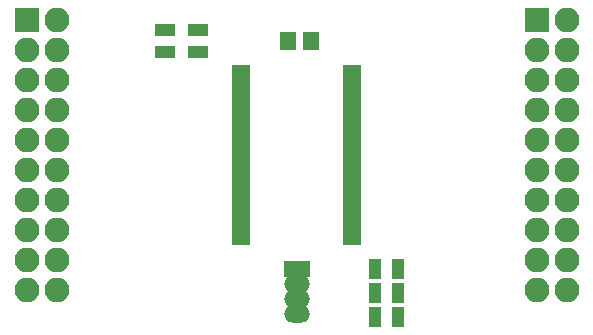
<source format=gbr>
G04 #@! TF.FileFunction,Soldermask,Top*
%FSLAX46Y46*%
G04 Gerber Fmt 4.6, Leading zero omitted, Abs format (unit mm)*
G04 Created by KiCad (PCBNEW 4.0.7-e2-6376~58~ubuntu16.04.1) date Fri Sep  8 10:58:52 2017*
%MOMM*%
%LPD*%
G01*
G04 APERTURE LIST*
%ADD10C,0.100000*%
%ADD11R,1.600000X0.800000*%
%ADD12R,1.400000X1.650000*%
%ADD13R,2.200000X1.470000*%
%ADD14O,2.200000X1.470000*%
%ADD15R,1.700000X1.100000*%
%ADD16R,1.100000X1.700000*%
%ADD17R,2.100000X2.100000*%
%ADD18O,2.100000X2.100000*%
G04 APERTURE END LIST*
D10*
D11*
X145160000Y-95567500D03*
X145160000Y-96202500D03*
X145160000Y-96837500D03*
X145160000Y-97472500D03*
X145160000Y-98107500D03*
X145160000Y-98742500D03*
X145160000Y-99377500D03*
X145160000Y-100012500D03*
X145160000Y-100647500D03*
X145160000Y-101282500D03*
X145160000Y-101917500D03*
X145160000Y-102552500D03*
X145160000Y-103187500D03*
X145160000Y-103822500D03*
X145160000Y-104457500D03*
X145160000Y-105092500D03*
X145160000Y-105727500D03*
X145160000Y-106362500D03*
X145160000Y-106997500D03*
X145160000Y-107632500D03*
X145160000Y-108267500D03*
X145160000Y-108902500D03*
X145160000Y-109537500D03*
X145160000Y-110172500D03*
X154560000Y-110172500D03*
X154560000Y-109537500D03*
X154560000Y-108902500D03*
X154560000Y-108267500D03*
X154560000Y-107632500D03*
X154560000Y-106997500D03*
X154560000Y-106362500D03*
X154560000Y-105727500D03*
X154560000Y-105092500D03*
X154560000Y-104457500D03*
X154560000Y-103822500D03*
X154560000Y-103187500D03*
X154560000Y-102552500D03*
X154560000Y-101917500D03*
X154560000Y-101282500D03*
X154560000Y-100647500D03*
X154560000Y-100012500D03*
X154560000Y-99377500D03*
X154560000Y-98742500D03*
X154560000Y-98107500D03*
X154560000Y-97472500D03*
X154560000Y-96837500D03*
X154560000Y-96202500D03*
X154560000Y-95567500D03*
D12*
X151114000Y-93218000D03*
X149114000Y-93218000D03*
D13*
X149860000Y-112522000D03*
D14*
X149860000Y-113792000D03*
X149860000Y-115062000D03*
X149860000Y-116332000D03*
D15*
X141478000Y-92268000D03*
X141478000Y-94168000D03*
X138684000Y-92268000D03*
X138684000Y-94168000D03*
D16*
X156530000Y-114554000D03*
X158430000Y-114554000D03*
X156530000Y-112522000D03*
X158430000Y-112522000D03*
X156530000Y-116586000D03*
X158430000Y-116586000D03*
D17*
X127000000Y-91440000D03*
D18*
X129540000Y-91440000D03*
X127000000Y-93980000D03*
X129540000Y-93980000D03*
X127000000Y-96520000D03*
X129540000Y-96520000D03*
X127000000Y-99060000D03*
X129540000Y-99060000D03*
X127000000Y-101600000D03*
X129540000Y-101600000D03*
X127000000Y-104140000D03*
X129540000Y-104140000D03*
X127000000Y-106680000D03*
X129540000Y-106680000D03*
X127000000Y-109220000D03*
X129540000Y-109220000D03*
X127000000Y-111760000D03*
X129540000Y-111760000D03*
X127000000Y-114300000D03*
X129540000Y-114300000D03*
D17*
X170180000Y-91440000D03*
D18*
X172720000Y-91440000D03*
X170180000Y-93980000D03*
X172720000Y-93980000D03*
X170180000Y-96520000D03*
X172720000Y-96520000D03*
X170180000Y-99060000D03*
X172720000Y-99060000D03*
X170180000Y-101600000D03*
X172720000Y-101600000D03*
X170180000Y-104140000D03*
X172720000Y-104140000D03*
X170180000Y-106680000D03*
X172720000Y-106680000D03*
X170180000Y-109220000D03*
X172720000Y-109220000D03*
X170180000Y-111760000D03*
X172720000Y-111760000D03*
X170180000Y-114300000D03*
X172720000Y-114300000D03*
M02*

</source>
